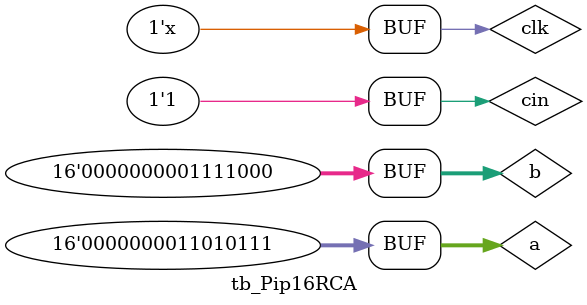
<source format=v>
module fulladder(a,b,cin,s,cout);
	input a,b,cin;
	output s,cout;

	assign s = (a^b)^cin;
	assign cout = ((a&b) | ((a^b)&cin));
endmodule

module DD1(in,clk,out);
	input in, clk;
	output reg out;

	always@(posedge clk) begin
		out<=in;
	end
endmodule

module DD2(in,clk,out);
	input in,clk;
	output reg out;

	reg r_data;

	always@(posedge clk) begin
		r_data <= in;
		out <= r_data;
	end
endmodule

module DD3(in,clk,out);
	input in, clk;
	output reg out;
	reg [1:0]r_data;

	always@(posedge clk) begin
		r_data[0] <= in;
		r_data[1] <= r_data[0];
		out <= r_data[1];
	end
endmodule

module DD4(in,clk,out);
	input in, clk;
	output reg out;
	reg [2:0]r_data;

	always@(posedge clk) begin
		r_data[0] <= in;
		r_data[1] <= r_data[0];
		r_data[2] <= r_data[1];
		out <= r_data[2];
	end
endmodule

module Pip4RCA(a,b,cin,clk,s,cout);
	input [3:0]a,b;
	input cin;
	input clk;
	output [3:0] s;
	output cout;

	wire [2:0] c;
	wire [2:0] c2;
	wire [3:0] b2;
	wire [3:0] a2;
	wire [3:0] out;
	wire cin2;

//FA0? ??? ? ?? s0, c0
DD1 D1(a[0], clk, a2[0]);
DD1 D2(b[0], clk, b2[0]);
DD1 D3(cin, clk, cin2);
fulladder AD0(a2[0], b2[0], cin2, out[0], c[0]);
DD3 D3_1(out[0], clk, s[0]);

//FA1? ??? ? ?? s1, c1
DD1 D11(c[0], clk, c2[0]);
DD2 D21(a[1], clk, a2[1]);
DD2 D22(b[1], clk, b2[1]);
fulladder AD1(a2[1], b2[1], c2[0], out[1], c[1]);
DD2 D2_1(out[1], clk, s[1]);

//FA2? ??? ? ?? s2, c2
DD1 D12(c[1], clk, c2[1]);
DD3 D31(a[2], clk, a2[2]);
DD3 D32(b[2], clk, b2[2]);
fulladder AD2(a2[2], b2[2], c2[1], out[2], c[2]);
DD1 D1_1(out[2], clk, s[2]);

//FA3? ??? ? ?? s3, c3
DD1 D13(c[2], clk, c2[2]);
DD4 D41(a[3], clk, a2[3]);
DD4 D42(b[3], clk, b2[3]);
fulladder AD3(a2[3], b2[3], c2[2], out[3], cout);
assign s[3] = out[3];
endmodule


module DD1_16(in,clk,out);
	input [15:0] in;
	input clk;
	output reg [15:0] out;
  
	always@(posedge clk) begin
		out<=in;
end

endmodule


module DD5(in,clk,out);

	input [3:0]in;
	input clk;
	output reg [3:0] out;
	reg [3:0] r_data[0:3];

  

	always@(posedge clk) begin
		r_data[0] <= in;
		r_data[1] <= r_data[0];
		r_data[2] <= r_data[1];
		r_data[3] <= r_data[2];
		out <= r_data[3];
	end
endmodule

module DD10(in,clk,out);
	input [3:0] in;
	input clk;
	output reg [3:0] out;
	reg [3:0] r_data[0:8];

	always@(posedge clk) begin
		r_data[0] <= in;
		r_data[1] <= r_data[0];
		r_data[2] <= r_data[1];
		r_data[3] <= r_data[2];
		r_data[4] <= r_data[3];
		r_data[5] <= r_data[4];
		r_data[6] <= r_data[5];
		r_data[7] <= r_data[6];
		r_data[8] <= r_data[7];
		out <= r_data[8];
	end
endmodule

module DD15(in,clk,out);
	input [3:0] in;
	input clk;
	output reg [3:0] out;

	reg [3:0] r_data[0:13];

	always@(posedge clk) begin
		r_data[0] <= in;
		r_data[1] <= r_data[0];
		r_data[2] <= r_data[1];
		r_data[3] <= r_data[2];
		r_data[4] <= r_data[3];
		r_data[5] <= r_data[4];
		r_data[6] <= r_data[5];
		r_data[7] <= r_data[6];
		r_data[8] <= r_data[7];
		r_data[9] <= r_data[8];
		r_data[10] <= r_data[9];
		r_data[11] <= r_data[10];
		r_data[12] <= r_data[11];
		r_data[13] <= r_data[12];
		out <= r_data[13];
	end
endmodule

module Pip16RCA(a,b,cin,clk,s,cout);
	input [15:0]a,b;
	input cin;
	input clk;
	output [15:0] s;
	output cout;

	wire cin2;
	wire [15:0] a2, b2;
	wire [11:0] a22, b22;
	wire [15:0] s2;
	wire [2:0] c;
	wire [2:0] c2;

//RCA0
DD1 D111(cin,clk,cin2);
DD1_16 D112(a,clk,a2);
DD1_16 D113(b,clk,b2);
Pip4RCA RCA0(a2[3:0],b2[3:0],cin2,clk,s2[3:0],c[0]);
DD15 D114(s2[3:0],clk,s[3:0]);

//RCA1
DD1 D121(c[0],clk,c2[0]);
DD5 D122(a2[7:4],clk,a22[3:0]);
DD5 D123(b2[7:4],clk,b22[3:0]);
Pip4RCA RCA1(a22[3:0],b22[3:0],c2[0],clk,s2[7:4],c[1]);
DD10 D124(s2[7:4],clk,s[7:4]);

//RCA2
DD1 D131(c[1],clk,c2[1]);
DD10 D132(a2[11:8],clk,a22[7:4]);
DD10 D133(b2[11:8],clk,b22[7:4]);
Pip4RCA RCA2(a22[7:4],b22[7:4],c2[1],clk,s2[11:8],c[2]);
DD5 D134(s2[11:8],clk,s[11:8]);

//RCA3
DD1 D141(c[2],clk,c2[2]);
DD15 D142(a2[15:12],clk,a22[11:8]);
DD15 D143(b2[15:12],clk,b22[11:8]);
Pip4RCA RCA3(a22[11:8],b22[11:8],c2[2],clk,s2[15:12],cout);
assign s[15:12]=s2[15:12];


endmodule



`timescale 1ns/1ns

module tb_Pip16RCA();
	reg clk=0;
	reg [15:0]a,b;
	reg cin;
	wire [15:0] s;
	wire cout;

	Pip16RCA Pip16RCA0(a,b,cin,clk,s,cout);

	always #5 clk=~clk;

	initial begin
		a=16'b0110_1111_0111_0111;
		b=16'b0111_0001_0111_1000;
		cin=0;
	
		#150
		a=16'b0011_0000_0000_0000;
		b=16'b1111_0000_0000_0000;
		cin=0;
		
		#150
		a=16'b0000_1111_0111_0111;
		b=16'b0001_0110_0000_1000;
		cin=0;

		#150
		a=16'b0000_0000_0000_0001;
		b=16'b0000_0000_0000_0011;
		cin=1;
		
		#150
		a=16'b0000_0000_1101_0111;
		b=16'b0000_0000_0111_1000;
		cin=1;

	end
		

endmodule

</source>
